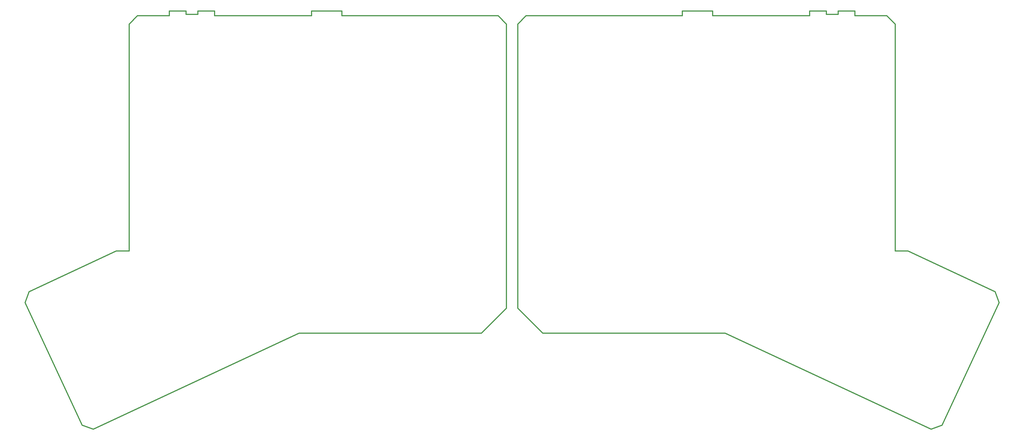
<source format=gm1>
%TF.GenerationSoftware,KiCad,Pcbnew,(5.1.9)-1*%
%TF.CreationDate,2021-02-19T15:09:25+09:00*%
%TF.ProjectId,ErgoDOX,4572676f-444f-4582-9e6b-696361645f70,rev?*%
%TF.SameCoordinates,Original*%
%TF.FileFunction,Profile,NP*%
%FSLAX46Y46*%
G04 Gerber Fmt 4.6, Leading zero omitted, Abs format (unit mm)*
G04 Created by KiCad (PCBNEW (5.1.9)-1) date 2021-02-19 15:09:25*
%MOMM*%
%LPD*%
G01*
G04 APERTURE LIST*
%TA.AperFunction,Profile*%
%ADD10C,0.381000*%
%TD*%
G04 APERTURE END LIST*
D10*
X142551150Y-30734000D02*
X131044950Y-30734000D01*
X61753750Y-35687000D02*
X61753750Y-121920000D01*
X48122840Y-189605920D02*
X126291340Y-153162000D01*
X22223730Y-141569440D02*
X43907710Y-188071760D01*
X23760430Y-137350500D02*
X22223730Y-141569440D01*
X209365850Y-143637000D02*
X209365850Y-35687000D01*
X390665970Y-137350500D02*
X392202670Y-141569440D01*
X352672650Y-121920000D02*
X357574850Y-121920000D01*
X326574150Y-30734000D02*
X326574150Y-32004000D01*
X337407250Y-30734000D02*
X337407250Y-32512000D01*
X212540850Y-32512000D02*
X271875250Y-32512000D01*
X331069950Y-30734000D02*
X337407250Y-30734000D01*
X283381450Y-30734000D02*
X283381450Y-32512000D01*
X349472250Y-32512000D02*
X352672650Y-35687000D01*
X320236850Y-32512000D02*
X320236850Y-30734000D01*
X271875250Y-32512000D02*
X271875250Y-30734000D01*
X352672650Y-35687000D02*
X352672650Y-121920000D01*
X271875250Y-30734000D02*
X283381450Y-30734000D01*
X366299750Y-189605920D02*
X288131250Y-153162000D01*
X288131250Y-153162000D02*
X218890850Y-153162000D01*
X357574850Y-121920000D02*
X390665970Y-137350500D01*
X370518690Y-188071760D02*
X366299750Y-189605920D01*
X337407250Y-32512000D02*
X349472250Y-32512000D01*
X209365850Y-35687000D02*
X212540850Y-32512000D01*
X326574150Y-32004000D02*
X331069950Y-32004000D01*
X320236850Y-30734000D02*
X326574150Y-30734000D01*
X283381450Y-32512000D02*
X320236850Y-32512000D01*
X218890850Y-153162000D02*
X209365850Y-143637000D01*
X331069950Y-32004000D02*
X331069950Y-30734000D01*
X392202670Y-141569440D02*
X370518690Y-188071760D01*
X126295150Y-153162000D02*
X195535550Y-153162000D01*
X195535550Y-153162000D02*
X205060550Y-143637000D01*
X205060550Y-143637000D02*
X205060550Y-35687000D01*
X205060550Y-35687000D02*
X201885550Y-32512000D01*
X201885550Y-32512000D02*
X142551150Y-32512000D01*
X142551150Y-32512000D02*
X142551150Y-30734000D01*
X131044950Y-30734000D02*
X131044950Y-32512000D01*
X131044950Y-32512000D02*
X94189550Y-32512000D01*
X94189550Y-32512000D02*
X94189550Y-30734000D01*
X94189550Y-30734000D02*
X87852250Y-30734000D01*
X87852250Y-30734000D02*
X87852250Y-32004000D01*
X87852250Y-32004000D02*
X83356450Y-32004000D01*
X83356450Y-32004000D02*
X83356450Y-30734000D01*
X83356450Y-30734000D02*
X77019150Y-30734000D01*
X77019150Y-30734000D02*
X77019150Y-32512000D01*
X77019150Y-32512000D02*
X64954150Y-32512000D01*
X64954150Y-32512000D02*
X61753750Y-35687000D01*
X61753750Y-121920000D02*
X56851550Y-121920000D01*
X56851550Y-121920000D02*
X23760430Y-137350500D01*
X43907710Y-188071760D02*
X48126650Y-189605920D01*
M02*

</source>
